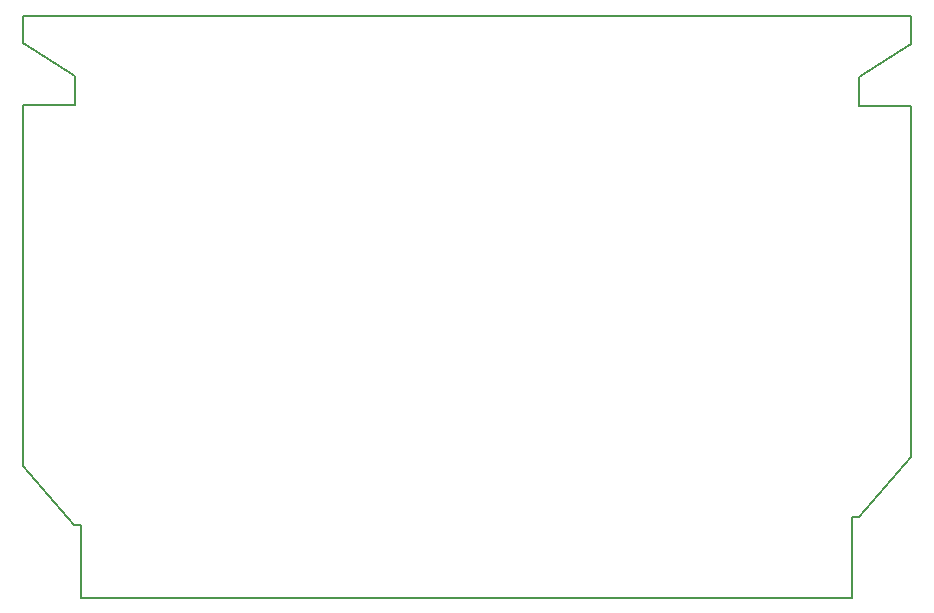
<source format=gm1>
G04 #@! TF.FileFunction,Profile,NP*
%FSLAX46Y46*%
G04 Gerber Fmt 4.6, Leading zero omitted, Abs format (unit mm)*
G04 Created by KiCad (PCBNEW 4.0.4-stable) date 05/10/17 13:17:29*
%MOMM*%
%LPD*%
G01*
G04 APERTURE LIST*
%ADD10C,0.150000*%
G04 APERTURE END LIST*
D10*
X134398913Y-143300797D02*
X134998913Y-143300797D01*
X134998913Y-143300797D02*
X139423140Y-138211560D01*
X135042500Y-108521500D02*
X139424000Y-108521500D01*
X135042500Y-106045000D02*
X135042500Y-108521500D01*
X139424000Y-103251000D02*
X135042500Y-106045000D01*
X69200000Y-144000000D02*
X68600000Y-144000000D01*
X139424000Y-100838000D02*
X139424000Y-103251000D01*
X64262000Y-108394500D02*
X64262000Y-139001500D01*
X68643500Y-108394500D02*
X64262000Y-108394500D01*
X68643500Y-105918000D02*
X68643500Y-108394500D01*
X64262000Y-103124000D02*
X68643500Y-105918000D01*
X68600000Y-144000000D02*
X64262000Y-139001500D01*
X134400000Y-143300000D02*
X134400000Y-150100000D01*
X139424000Y-108521500D02*
X139423140Y-138211560D01*
X64262000Y-100838000D02*
X139425000Y-100838000D01*
X64262000Y-103124000D02*
X64262000Y-100838000D01*
X69200000Y-150100000D02*
X69200000Y-144000000D01*
X134400000Y-150100000D02*
X69200000Y-150100000D01*
M02*

</source>
